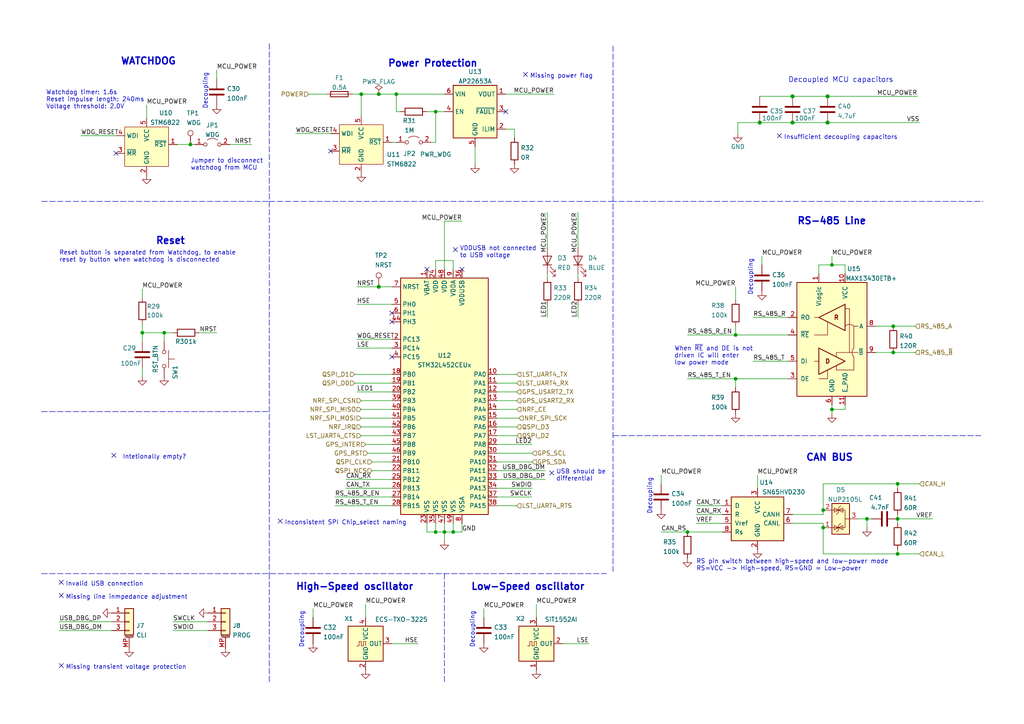
<source format=kicad_sch>
(kicad_sch (version 20210621) (generator eeschema)
  (paper "A4")
  (lib_symbols
    (symbol "Connector:TestPoint" (pin_numbers hide) (pin_names (offset 0.762) hide)
      (property "Reference" "TP" (at 0 6.858 0))
      (property "Value" "TestPoint" (at 0 5.08 0))
      (symbol "TestPoint_0_1"
        (circle (center 0 3.302) (radius 0.762))
      )
      (symbol "TestPoint_1_1"
        (pin passive line (at 0 0 90) (length 2.54) (name "1") (number "1"))
      )
    )
    (symbol "Connector_Generic_MountingPin:Conn_01x03_MountingPin" (pin_names (offset 1.016) hide)
      (property "Reference" "J" (at 0 5.08 0))
      (property "Value" "Conn_01x03_MountingPin" (at 1.27 -5.08 0))
      (symbol "Conn_01x03_MountingPin_1_1"
        (text "Mounting" (at 0 -4.191 0) (effects (font (size 0.381 0.381))))
        (rectangle (start -1.27 -2.413) (end 0 -2.667) (stroke (width 0.1524)))
        (rectangle (start -1.27 0.127) (end 0 -0.127) (stroke (width 0.1524)))
        (rectangle (start -1.27 2.667) (end 0 2.413) (stroke (width 0.1524)))
        (rectangle (start -1.27 3.81) (end 1.27 -3.81) (stroke (width 0.254)) (fill (type background)))
        (polyline (pts (xy -1.016 -4.572) (xy 1.016 -4.572)) (stroke (width 0.1524)))
        (pin passive line (at -5.08 2.54 0) (length 3.81) (name "Pin_1") (number "1"))
        (pin passive line (at -5.08 0 0) (length 3.81) (name "Pin_2") (number "2"))
        (pin passive line (at -5.08 -2.54 0) (length 3.81) (name "Pin_3") (number "3"))
        (pin passive line (at 0 -7.62 90) (length 3.048) (name "MountPin") (number "MP"))
      )
    )
    (symbol "Device:C" (pin_numbers hide) (pin_names (offset 0.254))
      (property "Reference" "C" (at 0.635 2.54 0))
      (property "Value" "C" (at 0.635 -2.54 0))
      (symbol "C_0_1"
        (polyline (pts (xy -2.032 -0.762) (xy 2.032 -0.762)) (stroke (width 0.508)))
        (polyline (pts (xy -2.032 0.762) (xy 2.032 0.762)) (stroke (width 0.508)))
      )
      (symbol "C_1_1"
        (pin passive line (at 0 3.81 270) (length 2.794) (name "~") (number "1"))
        (pin passive line (at 0 -3.81 90) (length 2.794) (name "~") (number "2"))
      )
    )
    (symbol "Device:Fuse" (pin_numbers hide) (pin_names (offset 0))
      (property "Reference" "F" (at 2.032 0 90))
      (property "Value" "Fuse" (at -1.905 0 90))
      (symbol "Fuse_0_1"
        (rectangle (start -0.762 -2.54) (end 0.762 2.54) (stroke (width 0.254)))
        (polyline (pts (xy 0 2.54) (xy 0 -2.54)))
      )
      (symbol "Fuse_1_1"
        (pin passive line (at 0 3.81 270) (length 1.27) (name "~") (number "1"))
        (pin passive line (at 0 -3.81 90) (length 1.27) (name "~") (number "2"))
      )
    )
    (symbol "Device:LED" (pin_numbers hide) (pin_names (offset 1.016) hide)
      (property "Reference" "D" (at 0 2.54 0))
      (property "Value" "LED" (at 0 -2.54 0))
      (symbol "LED_0_1"
        (polyline (pts (xy -1.27 -1.27) (xy -1.27 1.27)) (stroke (width 0.2032)))
        (polyline (pts (xy -1.27 0) (xy 1.27 0)))
        (polyline (pts (xy 1.27 -1.27) (xy 1.27 1.27) (xy -1.27 0) (xy 1.27 -1.27)) (stroke (width 0.2032)))
        (polyline (pts (xy -3.048 -0.762) (xy -4.572 -2.286) (xy -3.81 -2.286) (xy -4.572 -2.286) (xy -4.572 -1.524)))
        (polyline (pts (xy -1.778 -0.762) (xy -3.302 -2.286) (xy -2.54 -2.286) (xy -3.302 -2.286) (xy -3.302 -1.524)))
      )
      (symbol "LED_1_1"
        (pin passive line (at -3.81 0 0) (length 2.54) (name "K") (number "1"))
        (pin passive line (at 3.81 0 180) (length 2.54) (name "A") (number "2"))
      )
    )
    (symbol "Device:R" (pin_numbers hide) (pin_names (offset 0))
      (property "Reference" "R" (at 2.032 0 90))
      (property "Value" "R" (at 0 0 90))
      (symbol "R_0_1"
        (rectangle (start -1.016 -2.54) (end 1.016 2.54) (stroke (width 0.254)))
      )
      (symbol "R_1_1"
        (pin passive line (at 0 3.81 270) (length 1.27) (name "~") (number "1"))
        (pin passive line (at 0 -3.81 90) (length 1.27) (name "~") (number "2"))
      )
    )
    (symbol "Interface_CAN_LIN:SN65HVD230" (pin_names (offset 1.016))
      (property "Reference" "U" (at -2.54 10.16 0))
      (property "Value" "SN65HVD230" (at -2.54 7.62 0))
      (symbol "SN65HVD230_0_1"
        (rectangle (start -7.62 5.08) (end 7.62 -7.62) (stroke (width 0.254)) (fill (type background)))
      )
      (symbol "SN65HVD230_1_1"
        (pin input line (at -10.16 2.54 0) (length 2.54) (name "D") (number "1"))
        (pin power_in line (at 0 -10.16 90) (length 2.54) (name "GND") (number "2"))
        (pin power_in line (at 0 7.62 270) (length 2.54) (name "VCC") (number "3"))
        (pin output line (at -10.16 0 0) (length 2.54) (name "R") (number "4"))
        (pin output line (at -10.16 -2.54 0) (length 2.54) (name "Vref") (number "5"))
        (pin bidirectional line (at 10.16 -2.54 180) (length 2.54) (name "CANL") (number "6"))
        (pin bidirectional line (at 10.16 0 180) (length 2.54) (name "CANH") (number "7"))
        (pin input line (at -10.16 -5.08 0) (length 2.54) (name "Rs") (number "8"))
      )
    )
    (symbol "Jumper:Jumper_2_Open" (pin_names (offset 0) hide)
      (property "Reference" "JP" (at 0 2.794 0))
      (property "Value" "Jumper_2_Open" (at 0 -2.286 0))
      (symbol "Jumper_2_Open_0_0"
        (circle (center -2.032 0) (radius 0.508))
        (circle (center 2.032 0) (radius 0.508))
      )
      (symbol "Jumper_2_Open_0_1"
        (arc (start -1.524 1.27) (end 1.524 1.27) (radius (at 0 -0.762) (length 2.54) (angles 126.9 53.1)))
      )
      (symbol "Jumper_2_Open_1_1"
        (pin passive line (at -5.08 0 0) (length 2.54) (name "A") (number "1"))
        (pin passive line (at 5.08 0 180) (length 2.54) (name "B") (number "2"))
      )
    )
    (symbol "MCU_ST_STM32L4:STM32L452CEUx"
      (property "Reference" "U" (at -12.7 34.29 0))
      (property "Value" "STM32L452CEUx" (at 7.62 34.29 0))
      (symbol "STM32L452CEUx_0_1"
        (rectangle (start -12.7 -35.56) (end 12.7 33.02) (stroke (width 0.254)) (fill (type background)))
      )
      (symbol "STM32L452CEUx_1_1"
        (pin power_in line (at -5.08 35.56 270) (length 2.54) (name "VBAT") (number "1"))
        (pin bidirectional line (at 15.24 5.08 180) (length 2.54) (name "PA0") (number "10"))
        (pin bidirectional line (at 15.24 2.54 180) (length 2.54) (name "PA1") (number "11"))
        (pin bidirectional line (at 15.24 0 180) (length 2.54) (name "PA2") (number "12"))
        (pin bidirectional line (at 15.24 -2.54 180) (length 2.54) (name "PA3") (number "13"))
        (pin bidirectional line (at 15.24 -5.08 180) (length 2.54) (name "PA4") (number "14"))
        (pin bidirectional line (at 15.24 -7.62 180) (length 2.54) (name "PA5") (number "15"))
        (pin bidirectional line (at 15.24 -10.16 180) (length 2.54) (name "PA6") (number "16"))
        (pin bidirectional line (at 15.24 -12.7 180) (length 2.54) (name "PA7") (number "17"))
        (pin bidirectional line (at -15.24 5.08 0) (length 2.54) (name "PB0") (number "18"))
        (pin bidirectional line (at -15.24 2.54 0) (length 2.54) (name "PB1") (number "19"))
        (pin bidirectional line (at -15.24 15.24 0) (length 2.54) (name "PC13") (number "2"))
        (pin bidirectional line (at -15.24 0 0) (length 2.54) (name "PB2") (number "20"))
        (pin bidirectional line (at -15.24 -20.32 0) (length 2.54) (name "PB10") (number "21"))
        (pin bidirectional line (at -15.24 -22.86 0) (length 2.54) (name "PB11") (number "22"))
        (pin power_in line (at -5.08 -38.1 90) (length 2.54) (name "VSS") (number "23"))
        (pin power_in line (at -2.54 35.56 270) (length 2.54) (name "VDD") (number "24"))
        (pin bidirectional line (at -15.24 -25.4 0) (length 2.54) (name "PB12") (number "25"))
        (pin bidirectional line (at -15.24 -27.94 0) (length 2.54) (name "PB13") (number "26"))
        (pin bidirectional line (at -15.24 -30.48 0) (length 2.54) (name "PB14") (number "27"))
        (pin bidirectional line (at -15.24 -33.02 0) (length 2.54) (name "PB15") (number "28"))
        (pin bidirectional line (at 15.24 -15.24 180) (length 2.54) (name "PA8") (number "29"))
        (pin bidirectional line (at -15.24 12.7 0) (length 2.54) (name "PC14") (number "3"))
        (pin bidirectional line (at 15.24 -17.78 180) (length 2.54) (name "PA9") (number "30"))
        (pin bidirectional line (at 15.24 -20.32 180) (length 2.54) (name "PA10") (number "31"))
        (pin bidirectional line (at 15.24 -22.86 180) (length 2.54) (name "PA11") (number "32"))
        (pin bidirectional line (at 15.24 -25.4 180) (length 2.54) (name "PA12") (number "33"))
        (pin bidirectional line (at 15.24 -27.94 180) (length 2.54) (name "PA13") (number "34"))
        (pin power_in line (at -2.54 -38.1 90) (length 2.54) (name "VSS") (number "35"))
        (pin power_in line (at 5.08 35.56 270) (length 2.54) (name "VDDUSB") (number "36"))
        (pin bidirectional line (at 15.24 -30.48 180) (length 2.54) (name "PA14") (number "37"))
        (pin bidirectional line (at 15.24 -33.02 180) (length 2.54) (name "PA15") (number "38"))
        (pin bidirectional line (at -15.24 -2.54 0) (length 2.54) (name "PB3") (number "39"))
        (pin bidirectional line (at -15.24 10.16 0) (length 2.54) (name "PC15") (number "4"))
        (pin bidirectional line (at -15.24 -5.08 0) (length 2.54) (name "PB4") (number "40"))
        (pin bidirectional line (at -15.24 -7.62 0) (length 2.54) (name "PB5") (number "41"))
        (pin bidirectional line (at -15.24 -10.16 0) (length 2.54) (name "PB6") (number "42"))
        (pin bidirectional line (at -15.24 -12.7 0) (length 2.54) (name "PB7") (number "43"))
        (pin bidirectional line (at -15.24 20.32 0) (length 2.54) (name "PH3") (number "44"))
        (pin bidirectional line (at -15.24 -15.24 0) (length 2.54) (name "PB8") (number "45"))
        (pin bidirectional line (at -15.24 -17.78 0) (length 2.54) (name "PB9") (number "46"))
        (pin power_in line (at 0 -38.1 90) (length 2.54) (name "VSS") (number "47"))
        (pin power_in line (at 0 35.56 270) (length 2.54) (name "VDD") (number "48"))
        (pin power_in line (at 2.54 -38.1 90) (length 2.54) (name "VSS") (number "49"))
        (pin input line (at -15.24 25.4 0) (length 2.54) (name "PH0") (number "5"))
        (pin input line (at -15.24 22.86 0) (length 2.54) (name "PH1") (number "6"))
        (pin input line (at -15.24 30.48 0) (length 2.54) (name "NRST") (number "7"))
        (pin power_in line (at 5.08 -38.1 90) (length 2.54) (name "VSSA") (number "8"))
        (pin power_in line (at 2.54 35.56 270) (length 2.54) (name "VDDA") (number "9"))
      )
    )
    (symbol "Power_Protection:NUP2105L" (pin_names hide)
      (property "Reference" "D" (at 5.715 2.54 0))
      (property "Value" "NUP2105L" (at 5.715 0.635 0))
      (symbol "NUP2105L_0_0"
        (pin passive line (at 0 -5.08 90) (length 2.54) (name "A") (number "3"))
      )
      (symbol "NUP2105L_0_1"
        (rectangle (start -4.445 2.54) (end 4.445 -2.54) (stroke (width 0.254)) (fill (type background)))
        (polyline (pts (xy -2.54 2.54) (xy -2.54 0.635)))
        (polyline (pts (xy 0 -1.27) (xy 0 -2.54)))
        (polyline (pts (xy 2.54 2.54) (xy 2.54 0.635)))
        (polyline (pts (xy -3.81 1.27) (xy -3.175 0.635) (xy -1.905 0.635) (xy -1.27 0)))
        (polyline (pts (xy -2.54 0.635) (xy -2.54 -1.27) (xy 2.54 -1.27) (xy 2.54 0.635)))
        (polyline (pts (xy -2.54 0.635) (xy -1.905 -0.635) (xy -3.175 -0.635) (xy -2.54 0.635)))
        (polyline (pts (xy 2.54 0.635) (xy 1.905 -0.635) (xy 3.175 -0.635) (xy 2.54 0.635)))
        (polyline (pts (xy 2.54 0.635) (xy 3.175 1.905) (xy 1.905 1.905) (xy 2.54 0.635)))
        (polyline (pts (xy -2.54 0.635) (xy -3.175 1.905) (xy -1.905 1.905) (xy -2.54 0.635) (xy -2.54 1.27)))
        (polyline (pts (xy 1.27 1.27) (xy 1.905 0.635) (xy 2.54 0.635) (xy 3.175 0.635) (xy 3.81 0)))
      )
      (symbol "NUP2105L_1_1"
        (pin passive line (at -2.54 5.08 270) (length 2.54) (name "K") (number "1"))
        (pin passive line (at 2.54 5.08 270) (length 2.54) (name "K") (number "2"))
      )
    )
    (symbol "Switch:SW_Push" (pin_numbers hide) (pin_names (offset 1.016) hide)
      (property "Reference" "SW" (at 1.27 2.54 0))
      (property "Value" "SW_Push" (at 0 -1.524 0))
      (symbol "SW_Push_0_1"
        (circle (center -2.032 0) (radius 0.508))
        (circle (center 2.032 0) (radius 0.508))
        (polyline (pts (xy 0 1.27) (xy 0 3.048)))
        (polyline (pts (xy 2.54 1.27) (xy -2.54 1.27)))
        (pin passive line (at -5.08 0 0) (length 2.54) (name "1") (number "1"))
        (pin passive line (at 5.08 0 180) (length 2.54) (name "2") (number "2"))
      )
    )
    (symbol "TCY_IC:MAX13430ETB+" (pin_names (offset 1.016))
      (property "Reference" "U" (at -10.16 19.05 0))
      (property "Value" "MAX13430ETB+" (at 5.08 19.05 0))
      (symbol "MAX13430ETB+_0_0"
        (text "D" (at -1.27 -5.08 0) (effects (font (size 1.27 1.27) bold)))
        (text "R" (at 1.27 7.62 0) (effects (font (size 1.27 1.27) bold)))
      )
      (symbol "MAX13430ETB+_0_1"
        (arc (start 3.81 5.08) (end 6.35 5.08) (radius (at 5.08 3.8099) (length 1.7961) (angles 135 45)) (stroke (width 0.1524)))
        (arc (start 6.35 -3.81) (end 6.35 -1.27) (radius (at 7.6201 -2.54) (length 1.7961) (angles -135 135)) (stroke (width 0.1524)))
        (rectangle (start -10.16 -15.24) (end 10.16 17.78) (stroke (width 0.254)) (fill (type background)))
        (polyline (pts (xy -5.08 -5.08) (xy -3.81 -5.08)))
        (polyline (pts (xy -3.81 7.62) (xy -5.08 7.62)))
        (polyline (pts (xy 5.08 10.16) (xy 5.08 -2.54)) (stroke (width 0.1524)))
        (polyline (pts (xy 6.35 -7.62) (xy 6.35 -3.81)) (stroke (width 0.1524)))
        (polyline (pts (xy 6.35 -1.27) (xy 6.35 5.08)) (stroke (width 0.1524)))
        (polyline (pts (xy 6.35 5.08) (xy 7.62 5.08)) (stroke (width 0.1524)))
        (polyline (pts (xy 5.08 10.16) (xy 3.81 10.16) (xy 3.81 10.16)))
        (polyline (pts (xy -3.81 -10.16) (xy -1.27 -10.16) (xy -1.27 -7.62) (xy -1.27 -7.62)))
        (polyline (pts (xy -1.27 6.35) (xy -1.27 2.54) (xy -2.54 2.54) (xy -5.08 2.54)))
        (polyline (pts (xy 6.35 -7.62) (xy 1.27 -7.62) (xy 1.27 -6.35) (xy 1.27 -6.35)))
        (polyline (pts (xy 7.62 -2.54) (xy 1.27 -2.54) (xy 1.27 -3.81) (xy 1.27 -3.81)))
        (polyline (pts (xy -3.81 -1.27) (xy -3.81 -8.89) (xy 3.81 -5.08) (xy -3.81 -1.27) (xy -3.81 -1.27)) (stroke (width 0.254)))
        (polyline (pts (xy 3.81 11.43) (xy 3.81 3.81) (xy -3.81 7.62) (xy 3.81 11.43) (xy 3.81 11.43)) (stroke (width 0.254)))
      )
      (symbol "MAX13430ETB+_1_1"
        (pin power_in line (at -3.81 20.32 270) (length 2.54) (name "Vlogic") (number "1"))
        (pin power_in line (at 3.81 20.32 270) (length 2.54) (name "VCC") (number "10"))
        (pin power_in line (at 3.81 -17.78 90) (length 2.54) (name "E_PAD") (number "11"))
        (pin output line (at -12.7 7.62 0) (length 2.54) (name "RO") (number "2"))
        (pin input line (at -12.7 -10.16 0) (length 2.54) (name "DE") (number "3"))
        (pin input line (at -12.7 2.54 0) (length 2.54) (name "~{RE}") (number "4"))
        (pin input line (at -12.7 -5.08 0) (length 2.54) (name "DI") (number "5"))
        (pin power_in line (at 0 -17.78 90) (length 2.54) (name "GND") (number "6"))
        (pin no_connect line (at 10.16 1.27 180) (length 2.54) hide (name "NC") (number "7"))
        (pin input line (at 12.7 5.08 180) (length 2.54) (name "A") (number "8"))
        (pin input line (at 12.7 -2.54 180) (length 2.54) (name "~{B}") (number "9"))
      )
    )
    (symbol "TCY_IC:STM6822"
      (property "Reference" "U" (at 6.35 13.97 0))
      (property "Value" "STM6822" (at 6.35 16.51 0))
      (symbol "STM6822_0_1"
        (rectangle (start -6.35 11.43) (end 6.35 0) (stroke (width 0.1524)) (fill (type background)))
      )
      (symbol "STM6822_1_1"
        (pin open_collector line (at 8.89 6.35 180) (length 2.54) (name "~{RST}") (number "1"))
        (pin passive line (at 0 -2.54 90) (length 2.54) (name "GND") (number "2"))
        (pin input line (at -8.89 3.81 0) (length 2.54) (name "~{MR}") (number "3"))
        (pin input line (at -8.89 8.89 0) (length 2.54) (name "WDI") (number "4"))
        (pin power_in line (at 0 13.97 270) (length 2.54) (name "VCC") (number "5"))
      )
    )
    (symbol "TCY_ocillators:ECS-TXO-3225" (pin_names (offset 0.254))
      (property "Reference" "X" (at -6.35 6.35 0))
      (property "Value" "ECS-TXO-3225" (at 1.27 6.35 0))
      (symbol "ECS-TXO-3225_0_1"
        (rectangle (start -5.08 5.08) (end 5.08 -5.08) (stroke (width 0.254)) (fill (type background)))
        (polyline (pts (xy -2.54 -0.635) (xy -1.905 -0.635) (xy -1.905 0.635) (xy -1.27 0.635) (xy -1.27 -0.635) (xy -0.635 -0.635) (xy -0.635 0.635) (xy 0 0.635) (xy 0 -0.635)))
      )
      (symbol "ECS-TXO-3225_1_1"
        (pin no_connect line (at -7.62 0 0) (length 2.54) hide (name "NC") (number "1"))
        (pin power_in line (at 0 -7.62 90) (length 2.54) (name "GND") (number "2"))
        (pin output line (at 7.62 0 180) (length 2.54) (name "OUT") (number "3"))
        (pin power_in line (at 0 7.62 270) (length 2.54) (name "VCC") (number "4"))
      )
    )
    (symbol "TCY_ocillators:SiT1552AI" (pin_names (offset 0.254))
      (property "Reference" "X" (at -6.35 6.35 0))
      (property "Value" "SiT1552AI" (at 1.27 6.35 0))
      (symbol "SiT1552AI_0_1"
        (rectangle (start -5.08 5.08) (end 5.08 -5.08) (stroke (width 0.254)) (fill (type background)))
        (polyline (pts (xy -2.54 -0.635) (xy -1.905 -0.635) (xy -1.905 0.635) (xy -1.27 0.635) (xy -1.27 -0.635) (xy -0.635 -0.635) (xy -0.635 0.635) (xy 0 0.635) (xy 0 -0.635)))
      )
      (symbol "SiT1552AI_1_1"
        (pin power_in line (at 0 -7.62 90) (length 2.54) (name "GND") (number "1"))
        (pin output line (at 7.62 0 180) (length 2.54) (name "OUT") (number "2"))
        (pin power_in line (at 0 7.62 270) (length 2.54) (name "VCC") (number "3"))
        (pin power_in line (at 0 -7.62 90) (length 2.54) hide (name "GND") (number "4"))
      )
    )
    (symbol "TCY_power_management:AP22653"
      (property "Reference" "U" (at 8.89 7.62 0))
      (property "Value" "AP22653" (at 0 7.62 0))
      (symbol "AP22653_0_1"
        (rectangle (start -6.35 5.08) (end 6.35 -10.16) (stroke (width 0.254)) (fill (type background)))
      )
      (symbol "AP22653_1_1"
        (pin power_out line (at 8.89 2.54 180) (length 2.54) (name "VOUT") (number "1"))
        (pin passive line (at 8.89 -7.62 180) (length 2.54) (name "ILIM") (number "2"))
        (pin output line (at 8.89 -2.54 180) (length 2.54) (name "~{FAULT}") (number "3"))
        (pin input line (at -8.89 -2.54 0) (length 2.54) (name "EN") (number "4"))
        (pin passive line (at 0 -12.7 90) (length 2.54) (name "GND") (number "5"))
        (pin power_in line (at -8.89 2.54 0) (length 2.54) (name "VIN") (number "6"))
        (pin passive line (at 0 -12.7 90) (length 2.54) hide (name "E_PAD") (number "7"))
      )
    )
    (symbol "power:GND" (power) (pin_names (offset 0))
      (property "Value" "GND" (at 0 -3.81 0))
      (symbol "GND_0_1"
        (polyline (pts (xy 0 0) (xy 0 -1.27) (xy 1.27 -1.27) (xy 0 -2.54) (xy -1.27 -1.27) (xy 0 -1.27)))
      )
      (symbol "GND_1_1"
        (pin power_in line (at 0 0 270) (length 0) hide (name "GND") (number "1"))
      )
    )
    (symbol "power:PWR_FLAG" (power) (pin_numbers hide) (pin_names (offset 0) hide)
      (property "Value" "PWR_FLAG" (at 0 3.81 0))
      (symbol "PWR_FLAG_0_0"
        (pin power_out line (at 0 0 90) (length 0) (name "pwr") (number "1"))
      )
      (symbol "PWR_FLAG_0_1"
        (polyline (pts (xy 0 0) (xy 0 1.27) (xy -1.016 1.905) (xy 0 2.54) (xy 1.016 1.905) (xy 0 1.27)))
      )
    )
  )
  (junction (at 41.275 96.52) (diameter 0.9144))
  (junction (at 47.625 96.52) (diameter 0.9144))
  (junction (at 55.245 41.91) (diameter 0.9144))
  (junction (at 104.775 27.305) (diameter 0.9144))
  (junction (at 109.855 27.305) (diameter 0.9144))
  (junction (at 109.855 83.185) (diameter 1.016))
  (junction (at 114.935 27.305) (diameter 0.9144))
  (junction (at 126.365 32.385) (diameter 0.9144))
  (junction (at 126.365 154.305) (diameter 0.9144))
  (junction (at 128.905 154.305) (diameter 0.9144))
  (junction (at 131.445 154.305) (diameter 0.9144))
  (junction (at 199.39 154.305) (diameter 0.9144))
  (junction (at 213.36 97.155) (diameter 0.9144))
  (junction (at 213.36 109.855) (diameter 0.9144))
  (junction (at 220.345 35.56) (diameter 1.016))
  (junction (at 229.87 27.94) (diameter 1.016))
  (junction (at 229.87 35.56) (diameter 1.016))
  (junction (at 238.76 147.955) (diameter 0.9144))
  (junction (at 238.76 153.035) (diameter 0.9144))
  (junction (at 240.03 27.94) (diameter 1.016))
  (junction (at 240.03 35.56) (diameter 1.016))
  (junction (at 241.3 76.835) (diameter 0.9144))
  (junction (at 241.3 118.745) (diameter 0.9144))
  (junction (at 251.46 150.495) (diameter 0.9144))
  (junction (at 259.08 94.615) (diameter 0.9144))
  (junction (at 259.08 102.235) (diameter 0.9144))
  (junction (at 260.35 140.335) (diameter 0.9144))
  (junction (at 260.35 150.495) (diameter 0.9144))
  (junction (at 260.35 160.655) (diameter 0.9144))
  (no_connect (at 17.78 168.91))
  (no_connect (at 17.78 172.72))
  (no_connect (at 17.78 193.04))
  (no_connect (at 33.02 132.08))
  (no_connect (at 33.655 44.45))
  (no_connect (at 81.28 151.13))
  (no_connect (at 95.885 43.815))
  (no_connect (at 113.665 90.805))
  (no_connect (at 113.665 93.345))
  (no_connect (at 113.665 103.505))
  (no_connect (at 123.825 78.105))
  (no_connect (at 132.08 72.39))
  (no_connect (at 133.985 78.105))
  (no_connect (at 146.685 32.385))
  (no_connect (at 152.4 21.59))
  (no_connect (at 160.02 137.16))
  (no_connect (at 226.06 39.37))
  (wire (pts (xy 17.145 180.34) (xy 32.385 180.34)))
  (wire (pts (xy 17.145 182.88) (xy 32.385 182.88)))
  (wire (pts (xy 23.495 39.37) (xy 33.655 39.37)))
  (wire (pts (xy 41.275 83.82) (xy 41.275 86.36)))
  (wire (pts (xy 41.275 93.98) (xy 41.275 96.52)))
  (wire (pts (xy 41.275 96.52) (xy 41.275 99.06)))
  (wire (pts (xy 41.275 96.52) (xy 47.625 96.52)))
  (wire (pts (xy 41.275 106.68) (xy 41.275 109.22)))
  (wire (pts (xy 42.545 30.48) (xy 42.545 34.29)))
  (wire (pts (xy 47.625 96.52) (xy 47.625 99.06)))
  (wire (pts (xy 47.625 96.52) (xy 50.165 96.52)))
  (wire (pts (xy 51.435 41.91) (xy 55.245 41.91)))
  (wire (pts (xy 55.245 41.91) (xy 56.515 41.91)))
  (wire (pts (xy 57.785 96.52) (xy 62.865 96.52)))
  (wire (pts (xy 60.325 180.34) (xy 50.165 180.34)))
  (wire (pts (xy 60.325 182.88) (xy 50.165 182.88)))
  (wire (pts (xy 62.865 20.32) (xy 62.865 22.86)))
  (wire (pts (xy 66.675 41.91) (xy 73.025 41.91)))
  (wire (pts (xy 85.725 38.735) (xy 95.885 38.735)))
  (wire (pts (xy 89.535 27.305) (xy 94.615 27.305)))
  (wire (pts (xy 90.805 176.53) (xy 90.805 179.07)))
  (wire (pts (xy 97.155 144.145) (xy 113.665 144.145)))
  (wire (pts (xy 97.155 146.685) (xy 113.665 146.685)))
  (wire (pts (xy 100.33 139.065) (xy 113.665 139.065)))
  (wire (pts (xy 100.33 141.605) (xy 113.665 141.605)))
  (wire (pts (xy 102.235 27.305) (xy 104.775 27.305)))
  (wire (pts (xy 102.87 108.585) (xy 113.665 108.585)))
  (wire (pts (xy 102.87 111.125) (xy 113.665 111.125)))
  (wire (pts (xy 103.505 83.185) (xy 109.855 83.185)))
  (wire (pts (xy 103.505 88.265) (xy 113.665 88.265)))
  (wire (pts (xy 103.505 98.425) (xy 113.665 98.425)))
  (wire (pts (xy 103.505 100.965) (xy 113.665 100.965)))
  (wire (pts (xy 104.775 27.305) (xy 109.855 27.305)))
  (wire (pts (xy 104.775 33.655) (xy 104.775 27.305)))
  (wire (pts (xy 104.775 116.205) (xy 113.665 116.205)))
  (wire (pts (xy 104.775 118.745) (xy 113.665 118.745)))
  (wire (pts (xy 104.775 121.285) (xy 113.665 121.285)))
  (wire (pts (xy 104.775 123.825) (xy 113.665 123.825)))
  (wire (pts (xy 104.775 126.365) (xy 113.665 126.365)))
  (wire (pts (xy 106.045 128.905) (xy 113.665 128.905)))
  (wire (pts (xy 106.045 175.26) (xy 106.045 179.07)))
  (wire (pts (xy 106.68 131.445) (xy 113.665 131.445)))
  (wire (pts (xy 109.855 27.305) (xy 114.935 27.305)))
  (wire (pts (xy 109.855 83.185) (xy 113.665 83.185)))
  (wire (pts (xy 113.665 41.275) (xy 114.935 41.275)))
  (wire (pts (xy 113.665 113.665) (xy 103.505 113.665)))
  (wire (pts (xy 113.665 133.985) (xy 107.95 133.985)))
  (wire (pts (xy 113.665 136.525) (xy 107.95 136.525)))
  (wire (pts (xy 113.665 186.69) (xy 121.285 186.69)))
  (wire (pts (xy 114.935 27.305) (xy 114.935 32.385)))
  (wire (pts (xy 114.935 27.305) (xy 128.905 27.305)))
  (wire (pts (xy 116.205 32.385) (xy 114.935 32.385)))
  (wire (pts (xy 123.825 32.385) (xy 126.365 32.385)))
  (wire (pts (xy 123.825 154.305) (xy 123.825 151.765)))
  (wire (pts (xy 125.095 41.275) (xy 126.365 41.275)))
  (wire (pts (xy 126.365 32.385) (xy 126.365 41.275)))
  (wire (pts (xy 126.365 32.385) (xy 128.905 32.385)))
  (wire (pts (xy 126.365 75.565) (xy 131.445 75.565)))
  (wire (pts (xy 126.365 78.105) (xy 126.365 75.565)))
  (wire (pts (xy 126.365 151.765) (xy 126.365 154.305)))
  (wire (pts (xy 126.365 154.305) (xy 123.825 154.305)))
  (wire (pts (xy 128.905 64.135) (xy 128.905 78.105)))
  (wire (pts (xy 128.905 64.135) (xy 133.985 64.135)))
  (wire (pts (xy 128.905 151.765) (xy 128.905 154.305)))
  (wire (pts (xy 128.905 154.305) (xy 126.365 154.305)))
  (wire (pts (xy 128.905 154.305) (xy 131.445 154.305)))
  (wire (pts (xy 128.905 156.845) (xy 128.905 154.305)))
  (wire (pts (xy 131.445 78.105) (xy 131.445 75.565)))
  (wire (pts (xy 131.445 151.765) (xy 131.445 154.305)))
  (wire (pts (xy 131.445 154.305) (xy 133.985 154.305)))
  (wire (pts (xy 133.985 154.305) (xy 133.985 151.765)))
  (wire (pts (xy 137.795 42.545) (xy 137.795 47.625)))
  (wire (pts (xy 140.335 176.53) (xy 140.335 179.07)))
  (wire (pts (xy 144.145 108.585) (xy 149.86 108.585)))
  (wire (pts (xy 144.145 111.125) (xy 149.86 111.125)))
  (wire (pts (xy 144.145 113.665) (xy 149.86 113.665)))
  (wire (pts (xy 144.145 116.205) (xy 149.86 116.205)))
  (wire (pts (xy 144.145 118.745) (xy 149.86 118.745)))
  (wire (pts (xy 144.145 121.285) (xy 150.495 121.285)))
  (wire (pts (xy 144.145 123.825) (xy 149.86 123.825)))
  (wire (pts (xy 144.145 126.365) (xy 149.86 126.365)))
  (wire (pts (xy 144.145 128.905) (xy 154.305 128.905)))
  (wire (pts (xy 144.145 131.445) (xy 154.305 131.445)))
  (wire (pts (xy 144.145 133.985) (xy 154.305 133.985)))
  (wire (pts (xy 144.145 136.525) (xy 158.115 136.525)))
  (wire (pts (xy 144.145 139.065) (xy 158.115 139.065)))
  (wire (pts (xy 144.145 141.605) (xy 154.305 141.605)))
  (wire (pts (xy 144.145 144.145) (xy 154.305 144.145)))
  (wire (pts (xy 144.145 146.685) (xy 149.86 146.685)))
  (wire (pts (xy 146.685 27.305) (xy 160.655 27.305)))
  (wire (pts (xy 146.685 37.465) (xy 149.225 37.465)))
  (wire (pts (xy 149.225 37.465) (xy 149.225 40.005)))
  (wire (pts (xy 155.575 175.26) (xy 155.575 179.07)))
  (wire (pts (xy 158.75 61.595) (xy 158.75 71.755)))
  (wire (pts (xy 158.75 79.375) (xy 158.75 80.645)))
  (wire (pts (xy 158.75 88.265) (xy 158.75 92.075)))
  (wire (pts (xy 163.195 186.69) (xy 170.815 186.69)))
  (wire (pts (xy 167.64 61.595) (xy 167.64 71.755)))
  (wire (pts (xy 167.64 79.375) (xy 167.64 80.645)))
  (wire (pts (xy 167.64 88.265) (xy 167.64 92.075)))
  (wire (pts (xy 191.77 137.795) (xy 191.77 140.335)))
  (wire (pts (xy 191.77 154.305) (xy 199.39 154.305)))
  (wire (pts (xy 199.39 97.155) (xy 213.36 97.155)))
  (wire (pts (xy 199.39 109.855) (xy 213.36 109.855)))
  (wire (pts (xy 199.39 154.305) (xy 209.55 154.305)))
  (wire (pts (xy 201.93 146.685) (xy 209.55 146.685)))
  (wire (pts (xy 201.93 149.225) (xy 209.55 149.225)))
  (wire (pts (xy 201.93 151.765) (xy 209.55 151.765)))
  (wire (pts (xy 213.36 83.185) (xy 213.36 86.995)))
  (wire (pts (xy 213.36 94.615) (xy 213.36 97.155)))
  (wire (pts (xy 213.36 97.155) (xy 228.6 97.155)))
  (wire (pts (xy 213.36 109.855) (xy 213.36 112.395)))
  (wire (pts (xy 213.36 109.855) (xy 228.6 109.855)))
  (wire (pts (xy 213.995 35.56) (xy 220.345 35.56)))
  (wire (pts (xy 213.995 38.735) (xy 213.995 35.56)))
  (wire (pts (xy 218.44 92.075) (xy 228.6 92.075)))
  (wire (pts (xy 218.44 104.775) (xy 228.6 104.775)))
  (wire (pts (xy 219.71 137.795) (xy 219.71 141.605)))
  (wire (pts (xy 220.345 27.94) (xy 229.87 27.94)))
  (wire (pts (xy 220.345 35.56) (xy 229.87 35.56)))
  (wire (pts (xy 220.98 74.295) (xy 220.98 76.835)))
  (wire (pts (xy 229.87 27.94) (xy 240.03 27.94)))
  (wire (pts (xy 229.87 35.56) (xy 240.03 35.56)))
  (wire (pts (xy 229.87 149.225) (xy 238.76 149.225)))
  (wire (pts (xy 229.87 151.765) (xy 238.76 151.765)))
  (wire (pts (xy 237.49 76.835) (xy 241.3 76.835)))
  (wire (pts (xy 237.49 79.375) (xy 237.49 76.835)))
  (wire (pts (xy 238.76 140.335) (xy 238.76 147.955)))
  (wire (pts (xy 238.76 149.225) (xy 238.76 147.955)))
  (wire (pts (xy 238.76 151.765) (xy 238.76 153.035)))
  (wire (pts (xy 238.76 153.035) (xy 238.76 160.655)))
  (wire (pts (xy 240.03 27.94) (xy 266.065 27.94)))
  (wire (pts (xy 240.03 35.56) (xy 266.7 35.56)))
  (wire (pts (xy 241.3 76.835) (xy 241.3 74.295)))
  (wire (pts (xy 241.3 117.475) (xy 241.3 118.745)))
  (wire (pts (xy 241.3 118.745) (xy 241.3 120.015)))
  (wire (pts (xy 245.11 76.835) (xy 241.3 76.835)))
  (wire (pts (xy 245.11 79.375) (xy 245.11 76.835)))
  (wire (pts (xy 245.11 117.475) (xy 245.11 118.745)))
  (wire (pts (xy 245.11 118.745) (xy 241.3 118.745)))
  (wire (pts (xy 248.92 150.495) (xy 251.46 150.495)))
  (wire (pts (xy 251.46 150.495) (xy 251.46 153.035)))
  (wire (pts (xy 251.46 150.495) (xy 252.73 150.495)))
  (wire (pts (xy 254 94.615) (xy 259.08 94.615)))
  (wire (pts (xy 254 102.235) (xy 259.08 102.235)))
  (wire (pts (xy 259.08 94.615) (xy 265.43 94.615)))
  (wire (pts (xy 259.08 102.235) (xy 265.43 102.235)))
  (wire (pts (xy 260.35 140.335) (xy 238.76 140.335)))
  (wire (pts (xy 260.35 140.335) (xy 260.35 141.605)))
  (wire (pts (xy 260.35 149.225) (xy 260.35 150.495)))
  (wire (pts (xy 260.35 150.495) (xy 270.51 150.495)))
  (wire (pts (xy 260.35 151.765) (xy 260.35 150.495)))
  (wire (pts (xy 260.35 159.385) (xy 260.35 160.655)))
  (wire (pts (xy 260.35 160.655) (xy 238.76 160.655)))
  (wire (pts (xy 266.7 140.335) (xy 260.35 140.335)))
  (wire (pts (xy 266.7 160.655) (xy 260.35 160.655)))
  (polyline (pts (xy 12.065 58.42) (xy 78.105 58.42)) (stroke (width 0) (type dash)))
  (polyline (pts (xy 12.065 119.38) (xy 78.105 119.38)) (stroke (width 0) (type dash)))
  (polyline (pts (xy 12.065 166.37) (xy 175.895 166.37)) (stroke (width 0) (type dash)))
  (polyline (pts (xy 78.105 12.7) (xy 78.105 166.37)) (stroke (width 0) (type dash)))
  (polyline (pts (xy 78.105 58.42) (xy 177.165 58.42)) (stroke (width 0) (type dash)))
  (polyline (pts (xy 78.105 166.37) (xy 78.105 198.12)) (stroke (width 0) (type dash)))
  (polyline (pts (xy 128.905 166.37) (xy 128.905 198.12)) (stroke (width 0) (type dash)))
  (polyline (pts (xy 177.165 58.42) (xy 191.135 58.42)) (stroke (width 0) (type dash)))
  (polyline (pts (xy 177.8 13.335) (xy 177.8 165.735)) (stroke (width 0) (type dash)))
  (polyline (pts (xy 177.8 126.365) (xy 284.48 126.365)) (stroke (width 0) (type dash)))
  (polyline (pts (xy 191.135 58.42) (xy 285.115 58.42)) (stroke (width 0) (type dash)))
  (text "Watchdog timer: 1.6s\nReset impulse length: 240ms\nVoltage threshold: 2.0V" (at 13.335 31.75 0) (effects (font (size 1.27 1.27)) (justify left bottom)))
  (text "Reset button is separated from Watchdog, to enable\nreset by button when watchdog is disconnected" (at 17.145 76.2 0) (effects (font (size 1.27 1.27)) (justify left bottom)))
  (text "Invalid USB connection" (at 19.05 170.18 0) (effects (font (size 1.27 1.27)) (justify left bottom)))
  (text "Missing line inmpedance adjustment" (at 19.05 173.99 0) (effects (font (size 1.27 1.27)) (justify left bottom)))
  (text "Missing transient voltage protection" (at 19.05 194.31 0) (effects (font (size 1.27 1.27)) (justify left bottom)))
  (text "WATCHDOG" (at 34.925 19.05 0) (effects (font (size 2 2) (thickness 0.4) bold) (justify left bottom)))
  (text "Intetionally empty?" (at 35.56 133.35 0) (effects (font (size 1.27 1.27)) (justify left bottom)))
  (text "Reset" (at 45.085 71.12 0) (effects (font (size 2 2) (thickness 0.4) bold) (justify left bottom)))
  (text "Jumper to disconnect\nwatchdog from MCU" (at 55.245 49.53 0) (effects (font (size 1.27 1.27)) (justify left bottom)))
  (text "Decoupling" (at 60.325 31.75 90) (effects (font (size 1.27 1.27)) (justify left bottom)))
  (text "Inconsistent SPI Chip_select naming" (at 82.55 152.4 0) (effects (font (size 1.27 1.27)) (justify left bottom)))
  (text "High-Speed oscillator" (at 85.725 171.45 0) (effects (font (size 2 2) (thickness 0.4) bold) (justify left bottom)))
  (text "Decoupling" (at 88.265 187.96 90) (effects (font (size 1.27 1.27)) (justify left bottom)))
  (text "Power Protection" (at 112.395 19.685 0) (effects (font (size 2 2) (thickness 0.4) bold) (justify left bottom)))
  (text "VDDUSB not connected\nto USB voltage" (at 133.35 74.93 0) (effects (font (size 1.27 1.27)) (justify left bottom)))
  (text "Low-Speed oscillator" (at 136.525 171.45 0) (effects (font (size 2 2) (thickness 0.4) bold) (justify left bottom)))
  (text "Decoupling" (at 137.795 187.96 90) (effects (font (size 1.27 1.27)) (justify left bottom)))
  (text "Missing power flag" (at 153.67 22.86 0) (effects (font (size 1.27 1.27)) (justify left bottom)))
  (text "USB should be\ndifferential" (at 161.29 139.7 0) (effects (font (size 1.27 1.27)) (justify left bottom)))
  (text "Decoupling" (at 189.23 149.225 90) (effects (font (size 1.27 1.27)) (justify left bottom)))
  (text "When ~{RE} and DE is not\ndriven IC will enter\nlow power mode" (at 195.58 106.045 0) (effects (font (size 1.27 1.27)) (justify left bottom)))
  (text "RS pin switch between high-speed and low-power mode\nRS=VCC -> High-speed, RS=GND = Low-power" (at 201.93 165.735 0) (effects (font (size 1.27 1.27)) (justify left bottom)))
  (text "Decoupling" (at 218.44 85.725 90) (effects (font (size 1.27 1.27)) (justify left bottom)))
  (text "Insufficient decoupling capacitors" (at 227.33 40.64 0) (effects (font (size 1.27 1.27)) (justify left bottom)))
  (text "Decoupled MCU capacitors" (at 228.6 24.13 0) (effects (font (size 1.5 1.5)) (justify left bottom)))
  (text "RS-485 Line" (at 231.14 65.405 0) (effects (font (size 2 2) (thickness 0.4) bold) (justify left bottom)))
  (text "CAN BUS" (at 233.68 133.985 0) (effects (font (size 2 2) (thickness 0.4) bold) (justify left bottom)))
  (text "\n\n" (at 243.84 40.005 0) (effects (font (size 1.27 1.27)) (justify left bottom)))
  (label "USB_DBG_DP" (at 17.145 180.34 0))
  (label "USB_DBG_DM" (at 17.145 182.88 0))
  (label "WDG_RESET" (at 23.495 39.37 0))
  (label "MCU_POWER" (at 41.275 83.82 0))
  (label "MCU_POWER" (at 42.545 30.48 0))
  (label "SWCLK" (at 50.165 180.34 0))
  (label "SWDIO" (at 50.165 182.88 0))
  (label "MCU_POWER" (at 62.865 20.32 0))
  (label "NRST" (at 62.865 96.52 180))
  (label "NRST" (at 73.025 41.91 180))
  (label "WDG_RESET" (at 85.725 38.735 0))
  (label "MCU_POWER" (at 90.805 176.53 0))
  (label "RS_485_R_EN" (at 97.155 144.145 0))
  (label "RS_485_T_EN" (at 97.155 146.685 0))
  (label "CAN_RX" (at 100.33 139.065 0))
  (label "CAN_TX" (at 100.33 141.605 0))
  (label "NRST" (at 103.505 83.185 0))
  (label "HSE" (at 103.505 88.265 0))
  (label "WDG_RESET" (at 103.505 98.425 0))
  (label "LSE" (at 103.505 100.965 0))
  (label "LED1" (at 103.505 113.665 0))
  (label "MCU_POWER" (at 106.045 175.26 0))
  (label "HSE" (at 121.285 186.69 180))
  (label "MCU_POWER" (at 133.985 64.135 180))
  (label "GND" (at 133.985 154.305 0))
  (label "MCU_POWER" (at 140.335 176.53 0))
  (label "LED2" (at 154.305 128.905 180))
  (label "SWDIO" (at 154.305 141.605 180))
  (label "SWCLK" (at 154.305 144.145 180))
  (label "MCU_POWER" (at 155.575 175.26 0))
  (label "USB_DBG_DM" (at 158.115 136.525 180))
  (label "USB_DBG_DP" (at 158.115 139.065 180))
  (label "MCU_POWER" (at 158.75 61.595 270))
  (label "LED1" (at 158.75 92.075 90))
  (label "MCU_POWER" (at 160.655 27.305 180))
  (label "MCU_POWER" (at 167.64 61.595 270))
  (label "LED2" (at 167.64 92.075 90))
  (label "LSE" (at 170.815 186.69 180))
  (label "MCU_POWER" (at 191.77 137.795 0))
  (label "CAN_RS" (at 191.77 154.305 0))
  (label "RS_485_R_EN" (at 199.39 97.155 0))
  (label "RS_485_T_EN" (at 199.39 109.855 0))
  (label "CAN_TX" (at 201.93 146.685 0))
  (label "CAN_RX" (at 201.93 149.225 0))
  (label "VREF" (at 201.93 151.765 0))
  (label "MCU_POWER" (at 213.36 83.185 180))
  (label "RS_485_R" (at 218.44 92.075 0))
  (label "RS_485_T" (at 218.44 104.775 0))
  (label "MCU_POWER" (at 219.71 137.795 0))
  (label "MCU_POWER" (at 220.98 74.295 0))
  (label "MCU_POWER" (at 241.3 74.295 0))
  (label "MCU_POWER" (at 266.065 27.94 180))
  (label "VSS" (at 266.7 35.56 180))
  (label "VREF" (at 270.51 150.495 180))
  (hierarchical_label "POWER" (shape input) (at 89.535 27.305 180))
  (hierarchical_label "QSPI_D1" (shape input) (at 102.87 108.585 180))
  (hierarchical_label "QSPI_D0" (shape input) (at 102.87 111.125 180))
  (hierarchical_label "NRF_SPI_CSN" (shape input) (at 104.775 116.205 180))
  (hierarchical_label "NRF_SPI_MISO" (shape input) (at 104.775 118.745 180))
  (hierarchical_label "NRF_SPI_MOSI" (shape input) (at 104.775 121.285 180))
  (hierarchical_label "NRF_IRQ" (shape input) (at 104.775 123.825 180))
  (hierarchical_label "LST_UART4_CTS" (shape input) (at 104.775 126.365 180))
  (hierarchical_label "GPS_INTER" (shape input) (at 106.045 128.905 180))
  (hierarchical_label "GPS_RST" (shape input) (at 106.68 131.445 180))
  (hierarchical_label "QSPI_CLK" (shape input) (at 107.95 133.985 180))
  (hierarchical_label "QSPI_NCS" (shape input) (at 107.95 136.525 180))
  (hierarchical_label "LST_UART4_TX" (shape input) (at 149.86 108.585 0))
  (hierarchical_label "LST_UART4_RX" (shape input) (at 149.86 111.125 0))
  (hierarchical_label "GPS_USART2_TX" (shape input) (at 149.86 113.665 0))
  (hierarchical_label "GPS_USART2_RX" (shape input) (at 149.86 116.205 0))
  (hierarchical_label "NRF_CE" (shape input) (at 149.86 118.745 0))
  (hierarchical_label "QSPI_D3" (shape input) (at 149.86 123.825 0))
  (hierarchical_label "QSPI_D2" (shape input) (at 149.86 126.365 0))
  (hierarchical_label "LST_UART4_RTS" (shape input) (at 149.86 146.685 0))
  (hierarchical_label "NRF_SPI_SCK" (shape input) (at 150.495 121.285 0))
  (hierarchical_label "GPS_SCL" (shape input) (at 154.305 131.445 0))
  (hierarchical_label "GPS_SDA" (shape input) (at 154.305 133.985 0))
  (hierarchical_label "RS_485_A" (shape input) (at 265.43 94.615 0))
  (hierarchical_label "RS_485_~{B}" (shape input) (at 265.43 102.235 0))
  (hierarchical_label "CAN_H" (shape input) (at 266.7 140.335 0))
  (hierarchical_label "CAN_L" (shape input) (at 266.7 160.655 0))
  (symbol (lib_id "power:PWR_FLAG") (at 109.855 27.305 0) (unit 1)
    (property "Reference" "#FLG0101" (effects hide))
    (property "Value" "PWR_FLAG" (at 109.855 23.7004 0))
  )
  (symbol (lib_id "Connector:TestPoint") (at 55.245 41.91 0) (unit 1)
    (property "Reference" "TP1" (at 54.1021 32.81 0) (effects (justify left)))
    (property "Value" "WDG" (at 54.1021 35.5851 0) (effects (justify left)))
    (property "Footprint" "TCY_connectors:TestPoint_Pad_D0.5mm" (effects hide))
  )
  (symbol (lib_id "Connector:TestPoint") (at 109.855 83.185 0) (unit 1)
    (property "Reference" "TP2" (at 108.7121 74.085 0) (effects (justify left)))
    (property "Value" "NRST" (at 108.7121 76.8601 0) (effects (justify left)))
    (property "Footprint" "TCY_connectors:TestPoint_Pad_D0.5mm" (effects hide))
  )
  (symbol (lib_id "power:GND") (at 32.385 177.8 270) (unit 1)
    (property "Reference" "#PWR0134" (effects hide))
    (property "Value" "GND" (effects hide))
  )
  (symbol (lib_id "power:GND") (at 37.465 187.96 0) (unit 1)
    (property "Reference" "#PWR0136" (effects hide))
    (property "Value" "GND" (effects hide))
  )
  (symbol (lib_id "power:GND") (at 41.275 109.22 0) (unit 1)
    (property "Reference" "#PWR0127" (effects hide))
    (property "Value" "GND" (effects hide))
  )
  (symbol (lib_id "power:GND") (at 42.545 50.8 0) (unit 1)
    (property "Reference" "#PWR0125" (effects hide))
    (property "Value" "GND" (effects hide))
  )
  (symbol (lib_id "power:GND") (at 47.625 109.22 0) (unit 1)
    (property "Reference" "#PWR0128" (effects hide))
    (property "Value" "GND" (effects hide))
  )
  (symbol (lib_id "power:GND") (at 60.325 177.8 270) (unit 1)
    (property "Reference" "#PWR0132" (effects hide))
    (property "Value" "GND" (effects hide))
  )
  (symbol (lib_id "power:GND") (at 62.865 30.48 0) (unit 1)
    (property "Reference" "#PWR0126" (effects hide))
    (property "Value" "GND" (effects hide))
  )
  (symbol (lib_id "power:GND") (at 65.405 187.96 0) (unit 1)
    (property "Reference" "#PWR0131" (effects hide))
    (property "Value" "GND" (effects hide))
  )
  (symbol (lib_id "power:GND") (at 90.805 186.69 0) (unit 1)
    (property "Reference" "#PWR0133" (effects hide))
    (property "Value" "GND" (effects hide))
  )
  (symbol (lib_id "power:GND") (at 104.775 50.165 0) (unit 1)
    (property "Reference" "#PWR0137" (effects hide))
    (property "Value" "GND" (effects hide))
  )
  (symbol (lib_id "power:GND") (at 106.045 194.31 0) (unit 1)
    (property "Reference" "#PWR0135" (effects hide))
    (property "Value" "GND" (effects hide))
  )
  (symbol (lib_id "power:GND") (at 128.905 156.845 0) (unit 1)
    (property "Reference" "#PWR0138" (effects hide))
    (property "Value" "GND" (effects hide))
  )
  (symbol (lib_id "power:GND") (at 137.795 47.625 0) (unit 1)
    (property "Reference" "#PWR0139" (effects hide))
    (property "Value" "GND" (effects hide))
  )
  (symbol (lib_id "power:GND") (at 140.335 186.69 0) (unit 1)
    (property "Reference" "#PWR0130" (effects hide))
    (property "Value" "GND" (effects hide))
  )
  (symbol (lib_id "power:GND") (at 149.225 47.625 0) (unit 1)
    (property "Reference" "#PWR0124" (effects hide))
    (property "Value" "GND" (effects hide))
  )
  (symbol (lib_id "power:GND") (at 155.575 194.31 0) (unit 1)
    (property "Reference" "#PWR0129" (effects hide))
    (property "Value" "GND" (effects hide))
  )
  (symbol (lib_id "power:GND") (at 191.77 147.955 0) (unit 1)
    (property "Reference" "#PWR0121" (effects hide))
    (property "Value" "GND" (effects hide))
  )
  (symbol (lib_id "power:GND") (at 199.39 161.925 0) (unit 1)
    (property "Reference" "#PWR0119" (effects hide))
    (property "Value" "GND" (effects hide))
  )
  (symbol (lib_id "power:GND") (at 213.36 120.015 0) (unit 1)
    (property "Reference" "#PWR0120" (effects hide))
    (property "Value" "GND" (effects hide))
  )
  (symbol (lib_id "power:GND") (at 213.995 38.735 0) (unit 1)
    (property "Reference" "#PWR0116" (effects hide))
    (property "Value" "GND" (at 213.995 42.545 0))
  )
  (symbol (lib_id "power:GND") (at 219.71 159.385 0) (unit 1)
    (property "Reference" "#PWR0118" (effects hide))
    (property "Value" "GND" (effects hide))
  )
  (symbol (lib_id "power:GND") (at 220.98 84.455 0) (unit 1)
    (property "Reference" "#PWR0117" (effects hide))
    (property "Value" "GND" (effects hide))
  )
  (symbol (lib_id "power:GND") (at 241.3 120.015 0) (unit 1)
    (property "Reference" "#PWR0122" (effects hide))
    (property "Value" "GND" (effects hide))
  )
  (symbol (lib_id "power:GND") (at 251.46 153.035 0) (unit 1)
    (property "Reference" "#PWR0123" (effects hide))
    (property "Value" "GND" (effects hide))
  )
  (symbol (lib_id "Device:Fuse") (at 98.425 27.305 90) (unit 1)
    (property "Reference" "F1" (at 98.425 22.5764 90))
    (property "Value" "0.5A" (at 98.425 25.3515 90))
    (property "Footprint" "Fuse:Fuse_0805_2012Metric" (effects hide))
  )
  (symbol (lib_id "Device:R") (at 41.275 90.17 0) (unit 1)
    (property "Reference" "R29" (at 42.545 88.9 0) (effects (justify left)))
    (property "Value" "100k" (at 42.545 91.44 0) (effects (justify left)))
    (property "Footprint" "TCY_passives:R_0603_1608Metric" (effects hide))
  )
  (symbol (lib_id "Device:R") (at 53.975 96.52 270) (unit 1)
    (property "Reference" "R30" (at 50.8 99.06 90) (effects (justify left)))
    (property "Value" "1k" (at 54.61 99.06 90) (effects (justify left)))
    (property "Footprint" "TCY_passives:R_0603_1608Metric" (effects hide))
  )
  (symbol (lib_id "Device:R") (at 120.015 32.385 90) (unit 1)
    (property "Reference" "R31" (at 118.745 35.0224 90))
    (property "Value" "1M" (at 118.745 37.7975 90))
    (property "Footprint" "TCY_passives:R_0603_1608Metric" (effects hide))
  )
  (symbol (lib_id "Device:R") (at 149.225 43.815 0) (unit 1)
    (property "Reference" "R32" (at 151.0031 42.9065 0) (effects (justify left)))
    (property "Value" "0R" (at 151.0031 45.6816 0) (effects (justify left)))
    (property "Footprint" "TCY_passives:R_0603_1608Metric" (effects hide))
  )
  (symbol (lib_id "Device:R") (at 158.75 84.455 0) (unit 1)
    (property "Reference" "R33" (at 160.5281 83.5465 0) (effects (justify left)))
    (property "Value" "220R" (at 160.5281 86.3216 0) (effects (justify left)))
    (property "Footprint" "TCY_passives:R_0603_1608Metric" (effects hide))
  )
  (symbol (lib_id "Device:R") (at 167.64 84.455 0) (unit 1)
    (property "Reference" "R34" (at 169.4181 83.5465 0) (effects (justify left)))
    (property "Value" "220R" (at 169.4181 86.3216 0) (effects (justify left)))
    (property "Footprint" "TCY_passives:R_0603_1608Metric" (effects hide))
  )
  (symbol (lib_id "Device:R") (at 199.39 158.115 0) (unit 1)
    (property "Reference" "R35" (at 192.2781 157.2065 0) (effects (justify left)))
    (property "Value" "100k" (at 192.2781 159.9816 0) (effects (justify left)))
    (property "Footprint" "TCY_passives:R_0603_1608Metric" (effects hide))
  )
  (symbol (lib_id "Device:R") (at 213.36 90.805 0) (unit 1)
    (property "Reference" "R38" (at 206.2481 88.6265 0) (effects (justify left)))
    (property "Value" "100k" (at 206.2481 91.4016 0) (effects (justify left)))
    (property "Footprint" "TCY_passives:R_0603_1608Metric" (effects hide))
  )
  (symbol (lib_id "Device:R") (at 213.36 116.205 0) (unit 1)
    (property "Reference" "R39" (at 206.2481 115.2965 0) (effects (justify left)))
    (property "Value" "100k" (at 206.2481 118.0716 0) (effects (justify left)))
    (property "Footprint" "TCY_passives:R_0603_1608Metric" (effects hide))
  )
  (symbol (lib_id "Device:R") (at 259.08 98.425 0) (unit 1)
    (property "Reference" "R40" (at 260.8581 97.5165 0) (effects (justify left)))
    (property "Value" "120R" (at 260.8581 100.2916 0) (effects (justify left)))
    (property "Footprint" "TCY_passives:R_0603_1608Metric" (effects hide))
  )
  (symbol (lib_id "Device:R") (at 260.35 145.415 0) (unit 1)
    (property "Reference" "R41" (at 262.1281 144.5065 0) (effects (justify left)))
    (property "Value" "60R" (at 262.1281 147.2816 0) (effects (justify left)))
    (property "Footprint" "TCY_passives:R_0603_1608Metric" (effects hide))
  )
  (symbol (lib_id "Device:R") (at 260.35 155.575 0) (unit 1)
    (property "Reference" "R42" (at 262.1281 154.6665 0) (effects (justify left)))
    (property "Value" "60R" (at 262.1281 157.4416 0) (effects (justify left)))
    (property "Footprint" "TCY_passives:R_0603_1608Metric" (effects hide))
  )
  (symbol (lib_id "Jumper:Jumper_2_Open") (at 61.595 41.91 0) (unit 1)
    (property "Reference" "JP1" (at 61.595 36.2924 0))
    (property "Value" "WDG" (at 61.595 39.0675 0))
    (property "Footprint" "Jumper:SolderJumper-2_P1.3mm_Open_RoundedPad1.0x1.5mm" (effects hide))
  )
  (symbol (lib_id "Jumper:Jumper_2_Open") (at 120.015 41.275 0) (unit 1)
    (property "Reference" "JP2" (at 118.745 44.5474 0))
    (property "Value" "PWR_WDG" (at 126.365 44.7825 0))
    (property "Footprint" "Jumper:SolderJumper-2_P1.3mm_Open_RoundedPad1.0x1.5mm" (effects hide))
  )
  (symbol (lib_id "Device:LED") (at 158.75 75.565 90) (unit 1)
    (property "Reference" "D3" (at 161.6711 74.847 90) (effects (justify right)))
    (property "Value" "RED" (at 161.6711 77.6221 90) (effects (justify right)))
    (property "Footprint" "LED_SMD:LED_0603_1608Metric_Castellated" (effects hide))
  )
  (symbol (lib_id "Device:LED") (at 167.64 75.565 90) (unit 1)
    (property "Reference" "D4" (at 170.5611 74.847 90) (effects (justify right)))
    (property "Value" "BLUE" (at 170.5611 77.6221 90) (effects (justify right)))
    (property "Footprint" "LED_SMD:LED_0603_1608Metric_Castellated" (effects hide))
  )
  (symbol (lib_id "Device:C") (at 41.275 102.87 0) (unit 1)
    (property "Reference" "C29" (at 35.56 100.965 0) (effects (justify left)))
    (property "Value" "100nF" (at 34.925 105.41 0) (effects (justify left)))
    (property "Footprint" "TCY_passives:C_0603_1608Metric" (effects hide))
  )
  (symbol (lib_id "Device:C") (at 62.865 26.67 0) (unit 1)
    (property "Reference" "C30" (at 65.7861 25.7615 0) (effects (justify left)))
    (property "Value" "100nF" (at 65.7861 28.5366 0) (effects (justify left)))
    (property "Footprint" "TCY_passives:C_0603_1608Metric" (effects hide))
  )
  (symbol (lib_id "Device:C") (at 90.805 182.88 0) (unit 1)
    (property "Reference" "C32" (at 93.7261 181.9715 0) (effects (justify left)))
    (property "Value" "100nF" (at 93.7261 184.7466 0) (effects (justify left)))
    (property "Footprint" "TCY_passives:C_0603_1608Metric" (effects hide))
  )
  (symbol (lib_id "Device:C") (at 140.335 182.88 0) (unit 1)
    (property "Reference" "C33" (at 143.2561 181.9715 0) (effects (justify left)))
    (property "Value" "100nF" (at 143.2561 184.7466 0) (effects (justify left)))
    (property "Footprint" "TCY_passives:C_0603_1608Metric" (effects hide))
  )
  (symbol (lib_id "Device:C") (at 191.77 144.145 0) (unit 1)
    (property "Reference" "C34" (at 194.6911 143.2365 0) (effects (justify left)))
    (property "Value" "100nF" (at 194.6911 146.0116 0) (effects (justify left)))
    (property "Footprint" "TCY_passives:C_0603_1608Metric" (effects hide))
  )
  (symbol (lib_id "Device:C") (at 220.345 31.75 0) (unit 1)
    (property "Reference" "C35" (at 223.2661 32.229 0) (effects (justify left)))
    (property "Value" "100nF" (at 220.98 34.29 0) (effects (justify left)))
  )
  (symbol (lib_id "Device:C") (at 220.98 80.645 0) (unit 1)
    (property "Reference" "C36" (at 223.9011 79.7365 0) (effects (justify left)))
    (property "Value" "100nF" (at 223.9011 82.5116 0) (effects (justify left)))
    (property "Footprint" "TCY_passives:C_0603_1608Metric" (effects hide))
  )
  (symbol (lib_id "Device:C") (at 229.87 31.75 0) (unit 1)
    (property "Reference" "C37" (at 232.7911 32.229 0) (effects (justify left)))
    (property "Value" "100nF" (at 230.505 34.29 0) (effects (justify left)))
  )
  (symbol (lib_id "Device:C") (at 240.03 31.75 0) (unit 1)
    (property "Reference" "C40" (at 242.9511 30.8415 0) (effects (justify left)))
    (property "Value" "4,7uF" (at 242.9511 33.6166 0) (effects (justify left)))
  )
  (symbol (lib_id "Device:C") (at 256.54 150.495 90) (unit 1)
    (property "Reference" "C41" (at 254 144.3694 90))
    (property "Value" "4.7nF" (at 255.27 147.1445 90))
    (property "Footprint" "TCY_passives:C_0603_1608Metric" (effects hide))
  )
  (symbol (lib_id "Switch:SW_Push") (at 47.625 104.14 270) (unit 1)
    (property "Reference" "SW1" (at 50.8 107.95 0))
    (property "Value" "RST_BTN" (at 45.085 104.14 0))
    (property "Footprint" "TCY_buttons_switches:KMT031NGJLHS" (effects hide))
  )
  (symbol (lib_id "Connector_Generic_MountingPin:Conn_01x03_MountingPin") (at 37.465 180.34 0) (unit 1)
    (property "Reference" "J7" (at 39.4971 181.4635 0) (effects (justify left)))
    (property "Value" "CLI" (at 39.4971 184.2386 0) (effects (justify left)))
    (property "Footprint" "TCY_connectors:Amphenol_10114830-11103LF_1x03_P1.25mm_Horizontal" (effects hide))
  )
  (symbol (lib_id "Connector_Generic_MountingPin:Conn_01x03_MountingPin") (at 65.405 180.34 0) (unit 1)
    (property "Reference" "J8" (at 67.4371 181.4635 0) (effects (justify left)))
    (property "Value" "PROG" (at 67.4371 184.2386 0) (effects (justify left)))
    (property "Footprint" "TCY_connectors:Amphenol_10114830-11103LF_1x03_P1.25mm_Horizontal" (effects hide))
  )
  (symbol (lib_id "Power_Protection:NUP2105L") (at 243.84 150.495 90) (unit 1)
    (property "Reference" "D5" (at 243.84 142.0834 90))
    (property "Value" "NUP2105L" (at 245.11 144.8585 90))
    (property "Footprint" "Package_TO_SOT_SMD:SOT-23" (effects hide))
    (property "Datasheet" "http://www.onsemi.com/pub_link/Collateral/NUP2105L-D.PDF" (effects hide))
  )
  (symbol (lib_id "TCY_ocillators:SiT1552AI") (at 155.575 186.69 0) (unit 1)
    (property "Reference" "X2" (at 152.273 179.4315 0) (effects (justify right)))
    (property "Value" "SiT1552AI" (at 167.513 179.6666 0) (effects (justify right)))
    (property "Footprint" "TCY_oscillators:CSP-4_1.5x0.8mm" (effects hide))
    (property "Datasheet" "https://www.sitime.com/datasheet/SiT1552" (effects hide))
  )
  (symbol (lib_id "TCY_ocillators:ECS-TXO-3225") (at 106.045 186.69 0) (unit 1)
    (property "Reference" "X1" (at 102.4889 179.4315 0) (effects (justify right)))
    (property "Value" "ECS-TXO-3225" (at 124.0789 179.6666 0) (effects (justify right)))
    (property "Footprint" "TCY_oscillators:ECS-TXO-3225" (effects hide))
    (property "Datasheet" "https://ecsxtal.com/store/pdf/ECS-TXO-3225.pdf" (effects hide))
  )
  (symbol (lib_id "TCY_IC:STM6822") (at 42.545 48.26 0) (unit 1)
    (property "Reference" "U10" (at 46.1011 32.7465 0) (effects (justify left)))
    (property "Value" "STM6822" (at 43.5611 35.5216 0) (effects (justify left)))
    (property "Footprint" "Package_TO_SOT_SMD:SOT-23-5" (effects hide))
    (property "Datasheet" "https://www.st.com/resource/en/datasheet/stm6321.pdf" (effects hide))
  )
  (symbol (lib_id "TCY_IC:STM6822") (at 104.775 47.625 0) (unit 1)
    (property "Reference" "U11" (at 112.1411 44.8115 0) (effects (justify left)))
    (property "Value" "STM6822" (at 112.1411 47.5866 0) (effects (justify left)))
    (property "Footprint" "Package_TO_SOT_SMD:SOT-23-5" (effects hide))
    (property "Datasheet" "https://www.st.com/resource/en/datasheet/stm6321.pdf" (effects hide))
  )
  (symbol (lib_id "TCY_power_management:AP22653") (at 137.795 29.845 0) (unit 1)
    (property "Reference" "U13" (at 137.795 20.7984 0))
    (property "Value" "AP22653A" (at 137.795 23.5735 0))
    (property "Footprint" "Package_DFN_QFN:DFN-6-1EP_2x2mm_P0.65mm_EP1x1.6mm" (effects hide))
    (property "Datasheet" "https://www.diodes.com/assets/Datasheets/AP22652_53_52A_53A.pdf" (effects hide))
  )
  (symbol (lib_id "Interface_CAN_LIN:SN65HVD230") (at 219.71 149.225 0) (unit 1)
    (property "Reference" "U14" (at 222.25 139.9244 0))
    (property "Value" "SN65HVD230" (at 227.33 142.6995 0))
    (property "Footprint" "Package_SO:SOIC-8_3.9x4.9mm_P1.27mm" (effects hide))
    (property "Datasheet" "http://www.ti.com/lit/ds/symlink/sn65hvd230.pdf" (effects hide))
  )
  (symbol (lib_id "TCY_IC:MAX13430ETB+") (at 241.3 99.695 0) (unit 1)
    (property "Reference" "U15" (at 247.65 77.9686 0))
    (property "Value" "MAX13430ETB+" (at 252.73 80.7437 0))
    (property "Footprint" "Package_DFN_QFN:DFN-10-1EP_3x3mm_P0.5mm_EP1.55x2.48mm" (effects hide))
    (property "Datasheet" "https://datasheets.maximintegrated.com/en/ds/MAX13430E-MAX13433E.pdf" (effects hide))
  )
  (symbol (lib_id "MCU_ST_STM32L4:STM32L452CEUx") (at 128.905 113.665 0) (unit 1)
    (property "Reference" "U12" (at 128.905 103.0944 0))
    (property "Value" "STM32L452CEUx" (at 128.905 105.8695 0))
    (property "Footprint" "Package_DFN_QFN:QFN-48-1EP_7x7mm_P0.5mm_EP5.6x5.6mm" (effects hide))
    (property "Datasheet" "http://www.st.com/st-web-ui/static/active/en/resource/technical/document/datasheet/DM00340549.pdf" (effects hide))
  )
)
</source>
